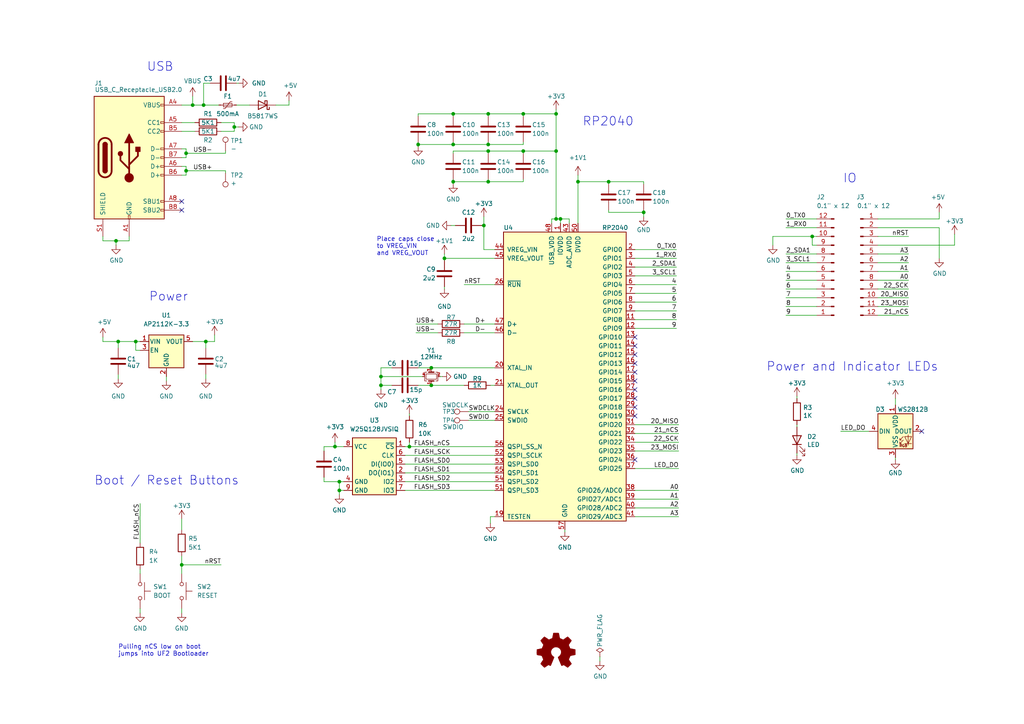
<source format=kicad_sch>
(kicad_sch (version 20211123) (generator eeschema)
  (paper "A4")
  (title_block (title "Sea Micro") (date "2020-12-11") (rev "0.3") (company "Josh Johnson and Custom KBD"))
  (lib_symbols
    (symbol "Connector:Conn_01x12_Male" (pin_names (offset 1.016) hide)
      (property "Reference" "J" (at 0 15.24 0))
      (property "Value" "Conn_01x12_Male" (at 0 -17.78 0))
      (symbol "Conn_01x12_Male_1_1"
        (pin passive line (at 5.08 12.7 180) (length 3.81) (name "Pin_1") (number "1"))
        (pin passive line (at 5.08 -10.16 180) (length 3.81) (name "Pin_10") (number "10"))
        (pin passive line (at 5.08 -12.7 180) (length 3.81) (name "Pin_11") (number "11"))
        (pin passive line (at 5.08 -15.24 180) (length 3.81) (name "Pin_12") (number "12"))
        (pin passive line (at 5.08 10.16 180) (length 3.81) (name "Pin_2") (number "2"))
        (pin passive line (at 5.08 7.62 180) (length 3.81) (name "Pin_3") (number "3"))
        (pin passive line (at 5.08 5.08 180) (length 3.81) (name "Pin_4") (number "4"))
        (pin passive line (at 5.08 2.54 180) (length 3.81) (name "Pin_5") (number "5"))
        (pin passive line (at 5.08 0 180) (length 3.81) (name "Pin_6") (number "6"))
        (pin passive line (at 5.08 -2.54 180) (length 3.81) (name "Pin_7") (number "7"))
        (pin passive line (at 5.08 -5.08 180) (length 3.81) (name "Pin_8") (number "8"))
        (pin passive line (at 5.08 -7.62 180) (length 3.81) (name "Pin_9") (number "9"))
      )
    )
    (symbol "Connector:TestPoint" (pin_numbers hide) (pin_names (offset 0.762) hide)
      (property "Reference" "TP" (at 0 6.858 0))
      (property "Value" "TestPoint" (at 0 5.08 0))
      (symbol "TestPoint_1_1"
        (pin passive line (at 0 0 90) (length 2.54) (name "1") (number "1"))
      )
    )
    (symbol "Connector:USB_C_Receptacle_USB2.0" (pin_names (offset 1.016))
      (property "Reference" "J" (at -10.16 19.05 0))
      (property "Value" "USB_C_Receptacle_USB2.0" (at 19.05 19.05 0))
      (symbol "USB_C_Receptacle_USB2.0_1_1"
        (pin passive line (at 0 -22.86 90) (length 5.08) (name "GND") (number "A1"))
        (pin passive line (at 0 -22.86 90) (length 5.08) hide (name "GND") (number "A12"))
        (pin passive line (at 15.24 15.24 180) (length 5.08) (name "VBUS") (number "A4"))
        (pin bidirectional line (at 15.24 10.16 180) (length 5.08) (name "CC1") (number "A5"))
        (pin bidirectional line (at 15.24 -2.54 180) (length 5.08) (name "D+") (number "A6"))
        (pin bidirectional line (at 15.24 2.54 180) (length 5.08) (name "D-") (number "A7"))
        (pin bidirectional line (at 15.24 -12.7 180) (length 5.08) (name "SBU1") (number "A8"))
        (pin passive line (at 15.24 15.24 180) (length 5.08) hide (name "VBUS") (number "A9"))
        (pin passive line (at 0 -22.86 90) (length 5.08) hide (name "GND") (number "B1"))
        (pin passive line (at 0 -22.86 90) (length 5.08) hide (name "GND") (number "B12"))
        (pin passive line (at 15.24 15.24 180) (length 5.08) hide (name "VBUS") (number "B4"))
        (pin bidirectional line (at 15.24 7.62 180) (length 5.08) (name "CC2") (number "B5"))
        (pin bidirectional line (at 15.24 -5.08 180) (length 5.08) (name "D+") (number "B6"))
        (pin bidirectional line (at 15.24 0 180) (length 5.08) (name "D-") (number "B7"))
        (pin bidirectional line (at 15.24 -15.24 180) (length 5.08) (name "SBU2") (number "B8"))
        (pin passive line (at 15.24 15.24 180) (length 5.08) hide (name "VBUS") (number "B9"))
        (pin passive line (at -7.62 -22.86 90) (length 5.08) (name "SHIELD") (number "S1"))
      )
    )
    (symbol "Device:C" (pin_numbers hide) (pin_names (offset 0.254))
      (property "Reference" "C" (at 0.635 2.54 0))
      (property "Value" "C" (at 0.635 -2.54 0))
      (symbol "C_1_1"
        (pin passive line (at 0 3.81 270) (length 2.794) (name "~") (number "1"))
        (pin passive line (at 0 -3.81 90) (length 2.794) (name "~") (number "2"))
      )
    )
    (symbol "Device:Crystal_GND24_Small" (pin_names (offset 1.016) hide)
      (property "Reference" "Y" (at 1.27 4.445 0))
      (property "Value" "Crystal_GND24_Small" (at 1.27 2.54 0))
      (symbol "Crystal_GND24_Small_1_1"
        (pin passive line (at -2.54 0 0) (length 1.27) (name "1") (number "1"))
        (pin passive line (at 0 -2.54 90) (length 0.635) (name "2") (number "2"))
        (pin passive line (at 2.54 0 180) (length 1.27) (name "3") (number "3"))
        (pin passive line (at 0 2.54 270) (length 0.635) (name "4") (number "4"))
      )
    )
    (symbol "Device:D_Schottky" (pin_numbers hide) (pin_names (offset 1.016) hide)
      (property "Reference" "D" (at 0 2.54 0))
      (property "Value" "D_Schottky" (at 0 -2.54 0))
      (symbol "D_Schottky_1_1"
        (pin passive line (at -3.81 0 0) (length 2.54) (name "K") (number "1"))
        (pin passive line (at 3.81 0 180) (length 2.54) (name "A") (number "2"))
      )
    )
    (symbol "Device:LED" (pin_numbers hide) (pin_names (offset 1.016) hide)
      (property "Reference" "D" (at 0 2.54 0))
      (property "Value" "LED" (at 0 -2.54 0))
      (symbol "LED_1_1"
        (pin passive line (at -3.81 0 0) (length 2.54) (name "K") (number "1"))
        (pin passive line (at 3.81 0 180) (length 2.54) (name "A") (number "2"))
      )
    )
    (symbol "Device:Polyfuse_Small" (pin_numbers hide) (pin_names (offset 0))
      (property "Reference" "F" (at -1.905 0 90))
      (property "Value" "Polyfuse_Small" (at 1.905 0 90))
      (symbol "Polyfuse_Small_1_1"
        (pin passive line (at 0 2.54 270) (length 0.635) (name "~") (number "1"))
        (pin passive line (at 0 -2.54 90) (length 0.635) (name "~") (number "2"))
      )
    )
    (symbol "Device:R" (pin_numbers hide) (pin_names (offset 0))
      (property "Reference" "R" (at 2.032 0 90))
      (property "Value" "R" (at 0 0 90))
      (symbol "R_1_1"
        (pin passive line (at 0 3.81 270) (length 1.27) (name "~") (number "1"))
        (pin passive line (at 0 -3.81 90) (length 1.27) (name "~") (number "2"))
      )
    )
    (symbol "Graphic:Logo_Open_Hardware_Small" (pin_names (offset 1.016)))
    (symbol "LED:WS2812B" (pin_names (offset 0.254))
      (property "Reference" "D" (at 5.08 5.715 0))
      (property "Value" "WS2812B" (at 1.27 -5.715 0))
      (symbol "WS2812B_0_0"
        (text "RGB" (at 2.286 -4.191 0) (effects (font (size 0.762 0.762))))
      )
      (symbol "WS2812B_1_1"
        (pin power_in line (at 0 7.62 270) (length 2.54) (name "VDD") (number "1"))
        (pin output line (at 7.62 0 180) (length 2.54) (name "DOUT") (number "2"))
        (pin power_in line (at 0 -7.62 90) (length 2.54) (name "VSS") (number "3"))
        (pin input line (at -7.62 0 0) (length 2.54) (name "DIN") (number "4"))
      )
    )
    (symbol "Regulator_Linear:AP2112K-3.3" (pin_names (offset 0.254))
      (property "Reference" "U" (at -5.08 5.715 0))
      (property "Value" "AP2112K-3.3" (at 0 5.715 0))
      (symbol "AP2112K-3.3_1_1"
        (pin power_in line (at -7.62 2.54 0) (length 2.54) (name "VIN") (number "1"))
        (pin power_in line (at 0 -7.62 90) (length 2.54) (name "GND") (number "2"))
        (pin input line (at -7.62 0 0) (length 2.54) (name "EN") (number "3"))
        (pin no_connect line (at 5.08 0 180) (length 2.54) hide (name "NC") (number "4"))
        (pin power_out line (at 7.62 2.54 180) (length 2.54) (name "VOUT") (number "5"))
      )
    )
    (symbol "Switch:SW_Push" (pin_numbers hide) (pin_names (offset 1.016) hide)
      (property "Reference" "SW" (at 1.27 2.54 0))
      (property "Value" "SW_Push" (at 0 -1.524 0))
      (symbol "SW_Push_0_1"
        (pin passive line (at -5.08 0 0) (length 2.54) (name "1") (number "1"))
        (pin passive line (at 5.08 0 180) (length 2.54) (name "2") (number "2"))
      )
    )
    (symbol "josh-ic:RP2040" (pin_names (offset 1.016))
      (property "Reference" "U" (at 8.89 51.435 0))
      (property "Value" "RP2040" (at 8.89 48.895 0))
      (symbol "RP2040_1_1"
        (pin power_in line (at -1.27 50.8 270) (length 2.54) (name "IOVDD") (number "1"))
        (pin power_in line (at -1.27 50.8 270) (length 2.54) hide (name "IOVDD") (number "10"))
        (pin input line (at 20.32 22.86 180) (length 2.54) (name "GPIO8") (number "11"))
        (pin input line (at 20.32 20.32 180) (length 2.54) (name "GPIO9") (number "12"))
        (pin input line (at 20.32 17.78 180) (length 2.54) (name "GPIO10") (number "13"))
        (pin input line (at 20.32 15.24 180) (length 2.54) (name "GPIO11") (number "14"))
        (pin input line (at 20.32 12.7 180) (length 2.54) (name "GPIO12") (number "15"))
        (pin input line (at 20.32 10.16 180) (length 2.54) (name "GPIO13") (number "16"))
        (pin input line (at 20.32 7.62 180) (length 2.54) (name "GPIO14") (number "17"))
        (pin input line (at 20.32 5.08 180) (length 2.54) (name "GPIO15") (number "18"))
        (pin input line (at -20.32 -34.29 0) (length 2.54) (name "TESTEN") (number "19"))
        (pin input line (at 20.32 43.18 180) (length 2.54) (name "GPIO0") (number "2"))
        (pin input line (at -20.32 8.89 0) (length 2.54) (name "XTAL_IN") (number "20"))
        (pin input line (at -20.32 3.81 0) (length 2.54) (name "XTAL_OUT") (number "21"))
        (pin power_in line (at -1.27 50.8 270) (length 2.54) hide (name "IOVDD") (number "22"))
        (pin power_in line (at 3.81 50.8 270) (length 2.54) hide (name "DVDD") (number "23"))
        (pin input line (at -20.32 -3.81 0) (length 2.54) (name "SWCLK") (number "24"))
        (pin bidirectional line (at -20.32 -6.35 0) (length 2.54) (name "SWDIO") (number "25"))
        (pin input line (at -20.32 33.02 0) (length 2.54) (name "~{RUN}") (number "26"))
        (pin input line (at 20.32 2.54 180) (length 2.54) (name "GPIO16") (number "27"))
        (pin input line (at 20.32 0 180) (length 2.54) (name "GPIO17") (number "28"))
        (pin input line (at 20.32 -2.54 180) (length 2.54) (name "GPIO18") (number "29"))
        (pin input line (at 20.32 40.64 180) (length 2.54) (name "GPIO1") (number "3"))
        (pin input line (at 20.32 -5.08 180) (length 2.54) (name "GPIO19") (number "30"))
        (pin input line (at 20.32 -7.62 180) (length 2.54) (name "GPIO20") (number "31"))
        (pin input line (at 20.32 -10.16 180) (length 2.54) (name "GPIO21") (number "32"))
        (pin power_in line (at -1.27 50.8 270) (length 2.54) hide (name "IOVDD") (number "33"))
        (pin input line (at 20.32 -12.7 180) (length 2.54) (name "GPIO22") (number "34"))
        (pin input line (at 20.32 -15.24 180) (length 2.54) (name "GPIO23") (number "35"))
        (pin input line (at 20.32 -17.78 180) (length 2.54) (name "GPIO24") (number "36"))
        (pin input line (at 20.32 -20.32 180) (length 2.54) (name "GPIO25") (number "37"))
        (pin input line (at 20.32 -26.67 180) (length 2.54) (name "GPIO26/ADC0") (number "38"))
        (pin input line (at 20.32 -29.21 180) (length 2.54) (name "GPIO27/ADC1") (number "39"))
        (pin input line (at 20.32 38.1 180) (length 2.54) (name "GPIO2") (number "4"))
        (pin input line (at 20.32 -31.75 180) (length 2.54) (name "GPIO28/ADC2") (number "40"))
        (pin input line (at 20.32 -34.29 180) (length 2.54) (name "GPIO29/ADC3") (number "41"))
        (pin power_in line (at -1.27 50.8 270) (length 2.54) hide (name "IOVDD") (number "42"))
        (pin power_in line (at 1.27 50.8 270) (length 2.54) (name "ADC_AVDD") (number "43"))
        (pin power_in line (at -20.32 43.18 0) (length 2.54) (name "VREG_VIN") (number "44"))
        (pin power_out line (at -20.32 40.64 0) (length 2.54) (name "VREG_VOUT") (number "45"))
        (pin bidirectional line (at -20.32 19.05 0) (length 2.54) (name "D-") (number "46"))
        (pin bidirectional line (at -20.32 21.59 0) (length 2.54) (name "D+") (number "47"))
        (pin power_in line (at -3.81 50.8 270) (length 2.54) (name "USB_VDD") (number "48"))
        (pin power_in line (at -1.27 50.8 270) (length 2.54) hide (name "IOVDD") (number "49"))
        (pin input line (at 20.32 35.56 180) (length 2.54) (name "GPIO3") (number "5"))
        (pin power_in line (at 3.81 50.8 270) (length 2.54) (name "DVDD") (number "50"))
        (pin bidirectional line (at -20.32 -26.67 0) (length 2.54) (name "QSPI_SD3") (number "51"))
        (pin input line (at -20.32 -16.51 0) (length 2.54) (name "QSPI_SCLK") (number "52"))
        (pin bidirectional line (at -20.32 -19.05 0) (length 2.54) (name "QSPI_SD0") (number "53"))
        (pin bidirectional line (at -20.32 -24.13 0) (length 2.54) (name "QSPI_SD2") (number "54"))
        (pin bidirectional line (at -20.32 -21.59 0) (length 2.54) (name "QSPI_SD1") (number "55"))
        (pin bidirectional line (at -20.32 -13.97 0) (length 2.54) (name "QSPI_SS_N") (number "56"))
        (pin power_in line (at 0 -38.1 90) (length 2.54) (name "GND") (number "57"))
        (pin input line (at 20.32 33.02 180) (length 2.54) (name "GPIO4") (number "6"))
        (pin input line (at 20.32 30.48 180) (length 2.54) (name "GPIO5") (number "7"))
        (pin input line (at 20.32 27.94 180) (length 2.54) (name "GPIO6") (number "8"))
        (pin input line (at 20.32 25.4 180) (length 2.54) (name "GPIO7") (number "9"))
      )
    )
    (symbol "josh-memory:W25Q128JVSIQ"
      (property "Reference" "U" (at -8.89 11.43 0))
      (property "Value" "W25Q128JVSIQ" (at -3.81 8.89 0))
      (symbol "W25Q128JVSIQ_1_1"
        (pin input line (at -12.7 5.08 0) (length 2.54) (name "~{CS}") (number "1"))
        (pin bidirectional line (at -12.7 -2.54 0) (length 2.54) (name "DO(IO1)") (number "2"))
        (pin bidirectional line (at -12.7 -5.08 0) (length 2.54) (name "IO2") (number "3"))
        (pin power_in line (at 5.08 -5.08 180) (length 2.54) (name "GND") (number "4"))
        (pin bidirectional line (at -12.7 0 0) (length 2.54) (name "DI(IO0)") (number "5"))
        (pin input line (at -12.7 2.54 0) (length 2.54) (name "CLK") (number "6"))
        (pin bidirectional line (at -12.7 -7.62 0) (length 2.54) (name "IO3") (number "7"))
        (pin power_in line (at 5.08 5.08 180) (length 2.54) (name "VCC") (number "8"))
        (pin power_in line (at 5.08 -7.62 180) (length 2.54) (name "GND") (number "9"))
      )
    )
    (symbol "power:+1V1" (power) (pin_names (offset 0))
      (property "Value" "+1V1" (at 0 3.556 0))
      (symbol "+1V1_1_1"
        (pin power_in line (at 0 0 90) (length 0) hide (name "+1V1") (number "1"))
      )
    )
    (symbol "power:+3V3" (power) (pin_names (offset 0))
      (property "Value" "+3V3" (at 0 3.556 0))
      (symbol "+3V3_1_1"
        (pin power_in line (at 0 0 90) (length 0) hide (name "+3V3") (number "1"))
      )
    )
    (symbol "power:+5V" (power) (pin_names (offset 0))
      (property "Value" "+5V" (at 0 3.556 0))
      (symbol "+5V_1_1"
        (pin power_in line (at 0 0 90) (length 0) hide (name "+5V") (number "1"))
      )
    )
    (symbol "power:GND" (power) (pin_names (offset 0))
      (property "Value" "GND" (at 0 -3.81 0))
      (symbol "GND_1_1"
        (pin power_in line (at 0 0 270) (length 0) hide (name "GND") (number "1"))
      )
    )
    (symbol "power:PWR_FLAG" (power) (pin_numbers hide) (pin_names (offset 0) hide)
      (property "Value" "PWR_FLAG" (at 0 3.81 0))
      (symbol "PWR_FLAG_0_0"
        (pin power_out line (at 0 0 90) (length 0) (name "pwr") (number "1"))
      )
    )
    (symbol "power:VBUS" (power) (pin_names (offset 0))
      (property "Value" "VBUS" (at 0 3.81 0))
      (symbol "VBUS_1_1"
        (pin power_in line (at 0 0 90) (length 0) hide (name "VBUS") (number "1"))
      )
    )
  )
  (junction (at 140.335 65.405))
  (junction (at 110.49 109.22))
  (junction (at 176.53 52.705))
  (junction (at 59.69 99.06))
  (junction (at 67.945 36.83))
  (junction (at 141.605 41.91))
  (junction (at 151.765 33.02))
  (junction (at 121.285 41.91))
  (junction (at 131.445 52.705))
  (junction (at 151.765 43.815))
  (junction (at 53.975 44.45))
  (junction (at 162.56 63.5))
  (junction (at 161.29 43.815))
  (junction (at 141.605 52.705))
  (junction (at 39.37 99.06))
  (junction (at 128.905 74.93))
  (junction (at 55.88 30.48))
  (junction (at 33.655 69.85))
  (junction (at 167.64 52.705))
  (junction (at 53.975 49.53))
  (junction (at 125.095 111.76))
  (junction (at 52.705 163.83))
  (junction (at 131.445 41.91))
  (junction (at 97.155 129.54))
  (junction (at 110.49 111.76))
  (junction (at 125.095 106.68))
  (junction (at 98.425 139.7))
  (junction (at 59.055 30.48))
  (junction (at 34.29 99.06))
  (junction (at 98.425 142.24))
  (junction (at 141.605 33.02))
  (junction (at 161.29 33.02))
  (junction (at 141.605 43.815))
  (junction (at 118.745 129.54))
  (junction (at 131.445 33.02))
  (junction (at 186.69 61.595))
  (junction (at 235.585 68.58))
  (junction (at 161.29 63.5))
  (no_connect (at 184.15 118.11))
  (no_connect (at 184.15 120.65))
  (no_connect (at 184.15 102.87))
  (no_connect (at 184.15 110.49))
  (no_connect (at 184.15 107.95))
  (no_connect (at 184.15 100.33))
  (no_connect (at 184.15 97.79))
  (no_connect (at 184.15 133.35))
  (no_connect (at 184.15 115.57))
  (no_connect (at 52.705 58.42))
  (no_connect (at 184.15 105.41))
  (no_connect (at 184.15 113.03))
  (no_connect (at 52.705 60.96))
  (no_connect (at 267.335 125.095))
  (wire (pts (xy 98.425 139.7) (xy 98.425 142.24)))
  (wire (pts (xy 53.975 48.26) (xy 53.975 49.53)))
  (wire (pts (xy 231.14 131.445) (xy 231.14 132.08)))
  (wire (pts (xy 97.155 129.54) (xy 93.98 129.54)))
  (wire (pts (xy 121.285 33.655) (xy 121.285 33.02)))
  (wire (pts (xy 161.29 33.02) (xy 161.29 43.815)))
  (wire (pts (xy 64.135 35.56) (xy 67.945 35.56)))
  (wire (pts (xy 117.475 129.54) (xy 118.745 129.54)))
  (wire (pts (xy 151.765 33.02) (xy 161.29 33.02)))
  (wire (pts (xy 176.53 52.705) (xy 167.64 52.705)))
  (wire (pts (xy 227.965 88.9) (xy 236.855 88.9)))
  (wire (pts (xy 161.29 43.815) (xy 161.29 63.5)))
  (wire (pts (xy 254.635 73.66) (xy 263.525 73.66)))
  (wire (pts (xy 151.765 33.02) (xy 151.765 33.655)))
  (wire (pts (xy 184.15 95.25) (xy 196.215 95.25)))
  (wire (pts (xy 29.845 69.85) (xy 33.655 69.85)))
  (wire (pts (xy 110.49 106.68) (xy 110.49 109.22)))
  (wire (pts (xy 83.82 30.48) (xy 83.82 29.21)))
  (wire (pts (xy 127 96.52) (xy 120.65 96.52)))
  (wire (pts (xy 227.965 86.36) (xy 236.855 86.36)))
  (wire (pts (xy 68.58 30.48) (xy 72.39 30.48)))
  (wire (pts (xy 227.965 83.82) (xy 236.855 83.82)))
  (wire (pts (xy 131.445 52.07) (xy 131.445 52.705)))
  (wire (pts (xy 143.51 74.93) (xy 128.905 74.93)))
  (wire (pts (xy 125.095 111.76) (xy 134.62 111.76)))
  (wire (pts (xy 167.64 52.705) (xy 167.64 64.77)))
  (wire (pts (xy 184.15 74.93) (xy 196.215 74.93)))
  (wire (pts (xy 34.29 99.06) (xy 39.37 99.06)))
  (wire (pts (xy 227.965 66.04) (xy 236.855 66.04)))
  (wire (pts (xy 59.055 24.13) (xy 60.96 24.13)))
  (wire (pts (xy 52.705 48.26) (xy 53.975 48.26)))
  (wire (pts (xy 53.975 49.53) (xy 53.975 50.8)))
  (wire (pts (xy 161.29 31.75) (xy 161.29 33.02)))
  (wire (pts (xy 272.415 63.5) (xy 272.415 61.595)))
  (wire (pts (xy 53.975 44.45) (xy 65.405 44.45)))
  (wire (pts (xy 235.585 71.12) (xy 235.585 68.58)))
  (wire (pts (xy 272.415 66.04) (xy 272.415 74.93)))
  (wire (pts (xy 141.605 33.655) (xy 141.605 33.02)))
  (wire (pts (xy 135.89 121.92) (xy 143.51 121.92)))
  (wire (pts (xy 254.635 76.2) (xy 263.525 76.2)))
  (wire (pts (xy 176.53 60.96) (xy 176.53 61.595)))
  (wire (pts (xy 231.14 115.57) (xy 231.14 114.935)))
  (wire (pts (xy 162.56 63.5) (xy 161.29 63.5)))
  (wire (pts (xy 227.965 76.2) (xy 236.855 76.2)))
  (wire (pts (xy 151.765 41.275) (xy 151.765 41.91)))
  (wire (pts (xy 141.605 41.91) (xy 151.765 41.91)))
  (wire (pts (xy 236.855 71.12) (xy 235.585 71.12)))
  (wire (pts (xy 184.15 147.32) (xy 196.85 147.32)))
  (wire (pts (xy 55.88 99.06) (xy 59.69 99.06)))
  (wire (pts (xy 110.49 111.76) (xy 110.49 113.03)))
  (wire (pts (xy 40.64 176.53) (xy 40.64 177.8)))
  (wire (pts (xy 184.15 77.47) (xy 196.215 77.47)))
  (wire (pts (xy 184.15 130.81) (xy 196.85 130.81)))
  (wire (pts (xy 67.945 35.56) (xy 67.945 36.83)))
  (wire (pts (xy 151.765 52.07) (xy 151.765 52.705)))
  (wire (pts (xy 117.475 137.16) (xy 143.51 137.16)))
  (wire (pts (xy 131.445 41.91) (xy 141.605 41.91)))
  (wire (pts (xy 176.53 52.705) (xy 186.69 52.705)))
  (wire (pts (xy 56.515 35.56) (xy 52.705 35.56)))
  (wire (pts (xy 62.23 97.155) (xy 62.23 99.06)))
  (wire (pts (xy 110.49 109.22) (xy 110.49 111.76)))
  (wire (pts (xy 128.905 73.66) (xy 128.905 74.93)))
  (wire (pts (xy 140.335 65.405) (xy 140.335 72.39)))
  (wire (pts (xy 34.29 99.06) (xy 34.29 100.965)))
  (wire (pts (xy 118.745 128.27) (xy 118.745 129.54)))
  (wire (pts (xy 141.605 52.705) (xy 151.765 52.705)))
  (wire (pts (xy 167.64 50.8) (xy 167.64 52.705)))
  (wire (pts (xy 127 93.98) (xy 120.65 93.98)))
  (wire (pts (xy 231.14 123.825) (xy 231.14 123.19)))
  (wire (pts (xy 254.635 68.58) (xy 263.525 68.58)))
  (wire (pts (xy 186.69 61.595) (xy 186.69 62.865)))
  (wire (pts (xy 52.705 43.18) (xy 53.975 43.18)))
  (wire (pts (xy 141.605 33.02) (xy 151.765 33.02)))
  (wire (pts (xy 254.635 66.04) (xy 272.415 66.04)))
  (wire (pts (xy 68.58 24.13) (xy 69.215 24.13)))
  (wire (pts (xy 176.53 53.34) (xy 176.53 52.705)))
  (wire (pts (xy 53.975 45.72) (xy 52.705 45.72)))
  (wire (pts (xy 131.445 33.02) (xy 131.445 33.655)))
  (wire (pts (xy 64.135 163.83) (xy 52.705 163.83)))
  (wire (pts (xy 99.695 139.7) (xy 98.425 139.7)))
  (wire (pts (xy 29.845 68.58) (xy 29.845 69.85)))
  (wire (pts (xy 254.635 91.44) (xy 263.525 91.44)))
  (wire (pts (xy 39.37 101.6) (xy 39.37 99.06)))
  (wire (pts (xy 117.475 139.7) (xy 143.51 139.7)))
  (wire (pts (xy 53.975 50.8) (xy 52.705 50.8)))
  (wire (pts (xy 98.425 142.24) (xy 99.695 142.24)))
  (wire (pts (xy 254.635 81.28) (xy 263.525 81.28)))
  (wire (pts (xy 184.15 142.24) (xy 196.85 142.24)))
  (wire (pts (xy 55.88 27.94) (xy 55.88 30.48)))
  (wire (pts (xy 184.15 144.78) (xy 196.85 144.78)))
  (wire (pts (xy 259.715 115.57) (xy 259.715 117.475)))
  (wire (pts (xy 40.64 165.1) (xy 40.64 166.37)))
  (wire (pts (xy 110.49 111.76) (xy 113.665 111.76)))
  (wire (pts (xy 53.975 44.45) (xy 53.975 45.72)))
  (wire (pts (xy 184.15 87.63) (xy 196.215 87.63)))
  (wire (pts (xy 131.445 52.705) (xy 141.605 52.705)))
  (wire (pts (xy 64.135 38.1) (xy 67.945 38.1)))
  (wire (pts (xy 121.285 33.02) (xy 131.445 33.02)))
  (wire (pts (xy 141.605 43.815) (xy 141.605 44.45)))
  (wire (pts (xy 52.705 176.53) (xy 52.705 177.8)))
  (wire (pts (xy 141.605 41.275) (xy 141.605 41.91)))
  (wire (pts (xy 59.69 99.06) (xy 59.69 100.965)))
  (wire (pts (xy 143.51 149.86) (xy 142.24 149.86)))
  (wire (pts (xy 52.705 163.83) (xy 52.705 166.37)))
  (wire (pts (xy 98.425 142.24) (xy 98.425 143.51)))
  (wire (pts (xy 186.69 52.705) (xy 186.69 53.34)))
  (wire (pts (xy 117.475 132.08) (xy 143.51 132.08)))
  (wire (pts (xy 37.465 69.85) (xy 37.465 68.58)))
  (wire (pts (xy 142.24 149.86) (xy 142.24 151.765)))
  (wire (pts (xy 184.15 125.73) (xy 196.85 125.73)))
  (wire (pts (xy 117.475 142.24) (xy 143.51 142.24)))
  (wire (pts (xy 118.745 120.015) (xy 118.745 120.65)))
  (wire (pts (xy 48.26 109.22) (xy 48.26 110.49)))
  (wire (pts (xy 121.285 41.91) (xy 131.445 41.91)))
  (wire (pts (xy 40.64 101.6) (xy 39.37 101.6)))
  (wire (pts (xy 252.095 125.095) (xy 243.84 125.095)))
  (wire (pts (xy 131.445 33.02) (xy 141.605 33.02)))
  (wire (pts (xy 162.56 63.5) (xy 162.56 64.77)))
  (wire (pts (xy 97.155 128.27) (xy 97.155 129.54)))
  (wire (pts (xy 121.285 41.91) (xy 121.285 42.545)))
  (wire (pts (xy 52.705 161.29) (xy 52.705 163.83)))
  (wire (pts (xy 53.975 49.53) (xy 65.405 49.53)))
  (wire (pts (xy 227.965 81.28) (xy 236.855 81.28)))
  (wire (pts (xy 254.635 86.36) (xy 263.525 86.36)))
  (wire (pts (xy 173.99 191.77) (xy 173.99 190.5)))
  (wire (pts (xy 121.285 41.275) (xy 121.285 41.91)))
  (wire (pts (xy 65.405 43.815) (xy 65.405 44.45)))
  (wire (pts (xy 40.64 146.05) (xy 40.64 157.48)))
  (wire (pts (xy 143.51 72.39) (xy 140.335 72.39)))
  (wire (pts (xy 184.15 85.09) (xy 196.215 85.09)))
  (wire (pts (xy 184.15 82.55) (xy 196.215 82.55)))
  (wire (pts (xy 53.975 43.18) (xy 53.975 44.45)))
  (wire (pts (xy 59.055 30.48) (xy 63.5 30.48)))
  (wire (pts (xy 135.89 119.38) (xy 143.51 119.38)))
  (wire (pts (xy 151.765 43.815) (xy 161.29 43.815)))
  (wire (pts (xy 184.15 128.27) (xy 196.85 128.27)))
  (wire (pts (xy 184.15 92.71) (xy 196.215 92.71)))
  (wire (pts (xy 163.83 153.67) (xy 163.83 154.305)))
  (wire (pts (xy 139.7 65.405) (xy 140.335 65.405)))
  (wire (pts (xy 59.69 108.585) (xy 59.69 109.855)))
  (wire (pts (xy 165.1 63.5) (xy 162.56 63.5)))
  (wire (pts (xy 128.905 74.93) (xy 128.905 75.565)))
  (wire (pts (xy 141.605 52.07) (xy 141.605 52.705)))
  (wire (pts (xy 118.745 129.54) (xy 143.51 129.54)))
  (wire (pts (xy 254.635 83.82) (xy 263.525 83.82)))
  (wire (pts (xy 227.965 73.66) (xy 236.855 73.66)))
  (wire (pts (xy 161.29 63.5) (xy 160.02 63.5)))
  (wire (pts (xy 276.86 67.945) (xy 276.86 71.12)))
  (wire (pts (xy 131.445 43.815) (xy 141.605 43.815)))
  (wire (pts (xy 97.155 129.54) (xy 99.695 129.54)))
  (wire (pts (xy 128.905 83.185) (xy 128.905 83.82)))
  (wire (pts (xy 67.945 36.83) (xy 67.945 38.1)))
  (wire (pts (xy 184.15 80.01) (xy 196.215 80.01)))
  (wire (pts (xy 134.62 96.52) (xy 143.51 96.52)))
  (wire (pts (xy 186.69 60.96) (xy 186.69 61.595)))
  (wire (pts (xy 52.705 30.48) (xy 55.88 30.48)))
  (wire (pts (xy 259.715 132.715) (xy 259.715 133.35)))
  (wire (pts (xy 56.515 38.1) (xy 52.705 38.1)))
  (wire (pts (xy 121.285 111.76) (xy 125.095 111.76)))
  (wire (pts (xy 224.155 68.58) (xy 235.585 68.58)))
  (wire (pts (xy 29.845 99.06) (xy 29.845 97.79)))
  (wire (pts (xy 130.81 65.405) (xy 132.08 65.405)))
  (wire (pts (xy 127.635 109.22) (xy 128.27 109.22)))
  (wire (pts (xy 227.965 63.5) (xy 236.855 63.5)))
  (wire (pts (xy 131.445 44.45) (xy 131.445 43.815)))
  (wire (pts (xy 134.62 93.98) (xy 143.51 93.98)))
  (wire (pts (xy 160.02 63.5) (xy 160.02 64.77)))
  (wire (pts (xy 110.49 109.22) (xy 122.555 109.22)))
  (wire (pts (xy 151.765 44.45) (xy 151.765 43.815)))
  (wire (pts (xy 224.155 68.58) (xy 224.155 71.12)))
  (wire (pts (xy 59.69 99.06) (xy 62.23 99.06)))
  (wire (pts (xy 39.37 99.06) (xy 40.64 99.06)))
  (wire (pts (xy 131.445 52.705) (xy 131.445 53.34)))
  (wire (pts (xy 143.51 82.55) (xy 134.62 82.55)))
  (wire (pts (xy 69.215 36.83) (xy 67.945 36.83)))
  (wire (pts (xy 131.445 41.275) (xy 131.445 41.91)))
  (wire (pts (xy 59.055 24.13) (xy 59.055 30.48)))
  (wire (pts (xy 55.88 30.48) (xy 59.055 30.48)))
  (wire (pts (xy 52.705 150.495) (xy 52.705 153.67)))
  (wire (pts (xy 165.1 64.77) (xy 165.1 63.5)))
  (wire (pts (xy 184.15 149.86) (xy 196.85 149.86)))
  (wire (pts (xy 254.635 71.12) (xy 276.86 71.12)))
  (wire (pts (xy 254.635 78.74) (xy 263.525 78.74)))
  (wire (pts (xy 33.655 69.85) (xy 37.465 69.85)))
  (wire (pts (xy 227.965 78.74) (xy 236.855 78.74)))
  (wire (pts (xy 93.98 129.54) (xy 93.98 130.81)))
  (wire (pts (xy 125.095 106.68) (xy 143.51 106.68)))
  (wire (pts (xy 184.15 123.19) (xy 196.85 123.19)))
  (wire (pts (xy 117.475 134.62) (xy 143.51 134.62)))
  (wire (pts (xy 176.53 61.595) (xy 186.69 61.595)))
  (wire (pts (xy 80.01 30.48) (xy 83.82 30.48)))
  (wire (pts (xy 93.98 138.43) (xy 93.98 139.7)))
  (wire (pts (xy 34.29 108.585) (xy 34.29 109.855)))
  (wire (pts (xy 29.845 99.06) (xy 34.29 99.06)))
  (wire (pts (xy 254.635 63.5) (xy 272.415 63.5)))
  (wire (pts (xy 227.965 91.44) (xy 236.855 91.44)))
  (wire (pts (xy 254.635 88.9) (xy 263.525 88.9)))
  (wire (pts (xy 141.605 43.815) (xy 151.765 43.815)))
  (wire (pts (xy 65.405 50.165) (xy 65.405 49.53)))
  (wire (pts (xy 140.335 62.865) (xy 140.335 65.405)))
  (wire (pts (xy 113.665 106.68) (xy 110.49 106.68)))
  (wire (pts (xy 93.98 139.7) (xy 98.425 139.7)))
  (wire (pts (xy 142.24 111.76) (xy 143.51 111.76)))
  (wire (pts (xy 184.15 135.89) (xy 196.85 135.89)))
  (wire (pts (xy 235.585 68.58) (xy 236.855 68.58)))
  (wire (pts (xy 184.15 72.39) (xy 196.215 72.39)))
  (wire (pts (xy 184.15 90.17) (xy 196.215 90.17)))
  (wire (pts (xy 121.285 106.68) (xy 125.095 106.68)))
  (wire (pts (xy 33.655 71.12) (xy 33.655 69.85)))
  (text "Power and Indicator LEDs" (at 222.25 107.95 0) (effects (font (size 2.54 2.54)) (justify left bottom)))
  (text "RP2040" (at 168.91 36.83 0) (effects (font (size 2.54 2.54)) (justify left bottom)))
  (text "Power" (at 43.18 87.63 0) (effects (font (size 2.54 2.54)) (justify left bottom)))
  (text "Pulling nCS low on boot \njumps into UF2 Bootloader" (at 34.29 190.5 0) (effects (font (size 1.27 1.27)) (justify left bottom)))
  (text "Place caps close \nto VREG_VIN \nand VREG_VOUT" (at 109.22 74.295 0) (effects (font (size 1.27 1.27)) (justify left bottom)))
  (text "Boot / Reset Buttons" (at 27.305 140.97 0) (effects (font (size 2.54 2.54)) (justify left bottom)))
  (text "IO" (at 244.475 53.34 0) (effects (font (size 2.54 2.54)) (justify left bottom)))
  (text "USB" (at 42.545 20.955 0) (effects (font (size 2.54 2.54)) (justify left bottom)))
  (label "23_MOSI" (at 196.85 130.81 180))
  (label "USB-" (at 61.595 44.45 180))
  (label "4" (at 227.965 78.74 0))
  (label "SWDIO" (at 135.89 121.92 0))
  (label "3_SCL1" (at 196.215 80.01 180))
  (label "SWDCLK" (at 135.89 119.38 0))
  (label "22_SCK" (at 196.85 128.27 180))
  (label "LED_DO" (at 243.84 125.095 0))
  (label "7" (at 227.965 86.36 0))
  (label "FLASH_nCS" (at 40.64 146.05 270))
  (label "A2" (at 196.85 147.32 180))
  (label "4" (at 196.215 82.55 180))
  (label "3_SCL1" (at 227.965 76.2 0))
  (label "2_SDA1" (at 227.965 73.66 0))
  (label "5" (at 227.965 81.28 0))
  (label "22_SCK" (at 263.525 83.82 180))
  (label "6" (at 227.965 83.82 0))
  (label "nRST" (at 134.62 82.55 0))
  (label "20_MISO" (at 196.85 123.19 180))
  (label "USB-" (at 120.65 96.52 0))
  (label "23_MOSI" (at 263.525 88.9 180))
  (label "FLASH_SD0" (at 120.015 134.62 0))
  (label "FLASH_SD3" (at 120.015 142.24 0))
  (label "9" (at 196.215 95.25 180))
  (label "A1" (at 196.85 144.78 180))
  (label "FLASH_nCS" (at 120.015 129.54 0))
  (label "21_nCS" (at 196.85 125.73 180))
  (label "8" (at 196.215 92.71 180))
  (label "5" (at 196.215 85.09 180))
  (label "A0" (at 196.85 142.24 180))
  (label "D-" (at 137.795 96.52 0))
  (label "USB+" (at 61.595 49.53 180))
  (label "0_TX0" (at 196.215 72.39 180))
  (label "USB+" (at 120.65 93.98 0))
  (label "LED_DO" (at 196.85 135.89 180))
  (label "9" (at 227.965 91.44 0))
  (label "6" (at 196.215 87.63 180))
  (label "21_nCS" (at 263.525 91.44 180))
  (label "nRST" (at 64.135 163.83 180))
  (label "7" (at 196.215 90.17 180))
  (label "8" (at 227.965 88.9 0))
  (label "0_TX0" (at 227.965 63.5 0))
  (label "D+" (at 137.795 93.98 0))
  (label "A3" (at 263.525 73.66 180))
  (label "FLASH_SCK" (at 120.015 132.08 0))
  (label "20_MISO" (at 263.525 86.36 180))
  (label "A0" (at 263.525 81.28 180))
  (label "1_RX0" (at 227.965 66.04 0))
  (label "A3" (at 196.85 149.86 180))
  (label "A2" (at 263.525 76.2 180))
  (label "1_RX0" (at 196.215 74.93 180))
  (label "nRST" (at 263.525 68.58 180))
  (label "FLASH_SD2" (at 120.015 139.7 0))
  (label "2_SDA1" (at 196.215 77.47 180))
  (label "FLASH_SD1" (at 120.015 137.16 0))
  (label "A1" (at 263.525 78.74 180))
  (symbol (lib_id "Connector:USB_C_Receptacle_USB2.0") (at 37.465 45.72 0) (unit 1)
    (property "Reference" "J1" (at 28.575 24.13 0))
    (property "Value" "USB_C_Receptacle_USB2.0" (at 40.1828 26.0096 0))
    (property "Footprint" "josh-connectors:USB_C_TYPE-C-31-M-14" (effects hide))
    (property "Datasheet" "https://www.usb.org/sites/default/files/documents/usb_type-c.zip" (effects hide))
    (property "LCSC" "C223907" (effects hide))
    (property "MPN " "TYPE-C-31-M-14" (effects hide))
    (property "Manufacturer" "Korean Hroparts Elec" (effects hide))
  )
  (symbol (lib_id "power:GND") (at 33.655 71.12 0) (unit 1)
    (property "Reference" "#PWR01" (effects hide))
    (property "Value" "GND" (at 33.782 75.5142 0))
  )
  (symbol (lib_id "Device:R") (at 60.325 35.56 270) (unit 1)
    (property "Reference" "R1" (at 60.325 33.02 90))
    (property "Value" "5K1" (at 60.325 35.56 90))
    (property "Footprint" "Resistor_SMD:R_0402_1005Metric" (effects hide))
  )
  (symbol (lib_id "Device:R") (at 60.325 38.1 270) (unit 1)
    (property "Reference" "R2" (at 60.325 40.64 90))
    (property "Value" "5K1" (at 60.325 38.1 90))
    (property "Footprint" "Resistor_SMD:R_0402_1005Metric" (effects hide))
  )
  (symbol (lib_id "power:GND") (at 69.215 36.83 90) (unit 1)
    (property "Reference" "#PWR02" (effects hide))
    (property "Value" "GND" (at 74.295 36.83 90))
  )
  (symbol (lib_id "Device:D_Schottky") (at 76.2 30.48 180) (unit 1)
    (property "Reference" "D1" (at 76.2 27.305 0))
    (property "Value" "B5817WS" (at 76.2 33.655 0))
    (property "Footprint" "Diode_SMD:D_SOD-323" (effects hide))
  )
  (symbol (lib_id "power:+5V") (at 83.82 29.21 0) (unit 1)
    (property "Reference" "#PWR05" (effects hide))
    (property "Value" "+5V" (at 84.201 24.8158 0))
  )
  (symbol (lib_id "Device:Polyfuse_Small") (at 66.04 30.48 270) (unit 1)
    (property "Reference" "F1" (at 66.04 27.94 90))
    (property "Value" "500mA" (at 66.04 33.02 90))
    (property "Footprint" "josh-passives-smt:Fuse_0603_1608Metric" (effects hide))
    (property "LCSC" "C210357" (effects hide))
    (property "MPN " "MF-FSMF050X-2" (effects hide))
    (property "Manufacturer" "BOURNS" (effects hide))
  )
  (symbol (lib_id "Connector:Conn_01x12_Male") (at 241.935 78.74 180) (unit 1) (in_bom no)
    (property "Reference" "J2" (at 236.855 57.15 0) (effects (justify right)))
    (property "Value" "0.1\" x 12" (at 236.855 59.69 0) (effects (justify right)))
    (property "Footprint" "josh-connectors:Castellated_Short_P2.54x12" (effects hide))
    (property "DNP" "DNP" (effects hide))
  )
  (symbol (lib_id "Connector:Conn_01x12_Male") (at 249.555 76.2 0) (unit 1) (in_bom no)
    (property "Reference" "J3" (at 249.555 57.15 0))
    (property "Value" "0.1\" x 12" (at 253.365 59.69 0))
    (property "Footprint" "josh-connectors:Castellated_Short_P2.54x12" (effects hide))
    (property "DNP" "DNP" (effects hide))
  )
  (symbol (lib_id "Device:LED") (at 231.14 127.635 90) (unit 1)
    (property "Reference" "D2" (at 234.1118 126.6444 90) (effects (justify right)))
    (property "Value" "LED" (at 234.1118 128.9558 90) (effects (justify right)))
    (property "Footprint" "LED_SMD:LED_0603_1608Metric" (effects hide))
    (property "LCSC" "C268294" (effects hide))
    (property "MPN " "OSK40603C1E" (effects hide))
    (property "Manufacturer" "OptoSupply\r" (effects hide))
  )
  (symbol (lib_id "Device:R") (at 231.14 119.38 0) (unit 1)
    (property "Reference" "R3" (at 232.918 118.2116 0) (effects (justify left)))
    (property "Value" "1K" (at 232.918 120.523 0) (effects (justify left)))
    (property "Footprint" "Resistor_SMD:R_0402_1005Metric" (effects hide))
  )
  (symbol (lib_id "power:GND") (at 231.14 132.08 0) (unit 1)
    (property "Reference" "#PWR07" (effects hide))
    (property "Value" "GND" (at 231.267 136.4742 0))
  )
  (symbol (lib_id "power:GND") (at 224.155 71.12 0) (unit 1)
    (property "Reference" "#PWR03" (effects hide))
    (property "Value" "GND" (at 224.282 75.5142 0))
  )
  (symbol (lib_id "power:+5V") (at 272.415 61.595 0) (mirror y) (unit 1)
    (property "Reference" "#PWR010" (effects hide))
    (property "Value" "+5V" (at 272.034 57.2008 0))
  )
  (symbol (lib_id "power:GND") (at 272.415 74.93 0) (unit 1)
    (property "Reference" "#PWR09" (effects hide))
    (property "Value" "GND" (at 272.542 79.3242 0))
  )
  (symbol (lib_id "power:PWR_FLAG") (at 173.99 190.5 0) (unit 1)
    (property "Reference" "#FLG04" (effects hide))
    (property "Value" "PWR_FLAG" (at 173.99 182.88 90))
  )
  (symbol (lib_id "power:GND") (at 173.99 191.77 0) (unit 1)
    (property "Reference" "#PWR017" (effects hide))
    (property "Value" "GND" (at 174.117 196.1642 0))
  )
  (symbol (lib_id "Graphic:Logo_Open_Hardware_Small") (at 161.29 189.23 0) (unit 1) (in_bom no)
    (property "Reference" "LOGO1" (effects hide))
    (property "Value" "Logo_Open_Hardware_Small" (effects hide))
    (property "Footprint" "josh-logos:OSHW_Logo_3.6x3.6_F.Mask" (effects hide))
    (property "DNP" "DNP" (effects hide))
  )
  (symbol (lib_id "Connector:TestPoint") (at 65.405 43.815 0) (unit 1) (in_bom no)
    (property "Reference" "TP1" (at 66.8782 40.8178 0) (effects (justify left)))
    (property "Value" "-" (at 66.8782 43.1292 0) (effects (justify left)))
    (property "Footprint" "TestPoint:TestPoint_Pad_D1.0mm" (effects hide))
    (property "DNP" "DNP" (effects hide))
  )
  (symbol (lib_id "Connector:TestPoint") (at 65.405 50.165 180) (unit 1) (in_bom no)
    (property "Reference" "TP2" (at 66.8782 50.8254 0) (effects (justify right)))
    (property "Value" "+" (at 66.8782 53.1368 0) (effects (justify right)))
    (property "Footprint" "TestPoint:TestPoint_Pad_D1.0mm" (effects hide))
    (property "DNP" "DNP" (effects hide))
  )
  (symbol (lib_id "Device:C") (at 128.905 79.375 0) (mirror y) (unit 1)
    (property "Reference" "C9" (at 126.365 78.105 0) (effects (justify left)))
    (property "Value" "2u2" (at 126.365 80.645 0) (effects (justify left)))
    (property "Footprint" "Capacitor_SMD:C_0402_1005Metric" (effects hide))
  )
  (symbol (lib_id "power:GND") (at 34.29 109.855 0) (unit 1)
    (property "Reference" "#PWR06" (effects hide))
    (property "Value" "GND" (at 34.29 114.935 0))
  )
  (symbol (lib_id "Device:C") (at 93.98 134.62 0) (unit 1)
    (property "Reference" "C4" (at 96.52 133.35 0) (effects (justify left)))
    (property "Value" "100n" (at 96.52 135.89 0) (effects (justify left)))
    (property "Footprint" "Capacitor_SMD:C_0402_1005Metric" (effects hide))
  )
  (symbol (lib_id "power:GND") (at 163.83 154.305 0) (unit 1)
    (property "Reference" "#PWR033" (effects hide))
    (property "Value" "GND" (at 163.83 158.75 0))
  )
  (symbol (lib_id "Device:Crystal_GND24_Small") (at 125.095 109.22 90) (unit 1)
    (property "Reference" "Y1" (at 125.095 101.6 90))
    (property "Value" "12MHz" (at 125.095 103.505 90))
    (property "Footprint" "josh-oscillators:Oscillator_SMD_4Pin_2.5x2.0mm" (effects hide))
  )
  (symbol (lib_id "Device:R") (at 118.745 124.46 0) (unit 1)
    (property "Reference" "R6" (at 121.285 123.1899 0) (effects (justify left)))
    (property "Value" "10K" (at 121.285 125.7299 0) (effects (justify left)))
    (property "Footprint" "Resistor_SMD:R_0402_1005Metric" (effects hide))
  )
  (symbol (lib_id "power:+3V3") (at 161.29 31.75 0) (unit 1)
    (property "Reference" "#PWR032" (effects hide))
    (property "Value" "+3V3" (at 161.29 27.94 0))
  )
  (symbol (lib_id "Connector:TestPoint") (at 135.89 119.38 90) (unit 1) (in_bom no)
    (property "Reference" "TP3" (at 130.175 119.38 90))
    (property "Value" "SWDCLK" (at 132.08 117.475 90))
    (property "Footprint" "TestPoint:TestPoint_Pad_D1.0mm" (effects hide))
    (property "DNP" "DNP" (effects hide))
  )
  (symbol (lib_id "power:GND") (at 69.215 24.13 90) (unit 1)
    (property "Reference" "#PWR018" (effects hide))
    (property "Value" "GND" (at 73.025 24.1299 90) (effects (justify right)))
  )
  (symbol (lib_id "power:GND") (at 40.64 177.8 0) (unit 1)
    (property "Reference" "#PWR08" (effects hide))
    (property "Value" "GND" (at 40.64 182.245 0))
  )
  (symbol (lib_id "Device:R") (at 130.81 93.98 90) (unit 1)
    (property "Reference" "R7" (at 130.81 92.075 90))
    (property "Value" "27R" (at 130.81 93.98 90))
    (property "Footprint" "Resistor_SMD:R_0402_1005Metric" (effects hide))
  )
  (symbol (lib_id "Device:C") (at 131.445 48.26 0) (unit 1)
    (property "Reference" "C11" (at 133.985 46.99 0) (effects (justify left)))
    (property "Value" "100n" (at 133.985 49.53 0) (effects (justify left)))
    (property "Footprint" "Capacitor_SMD:C_0402_1005Metric" (effects hide))
  )
  (symbol (lib_id "Device:R") (at 138.43 111.76 90) (unit 1)
    (property "Reference" "R9" (at 138.43 109.855 90))
    (property "Value" "1K" (at 138.43 111.76 90))
    (property "Footprint" "Resistor_SMD:R_0402_1005Metric" (effects hide))
  )
  (symbol (lib_id "power:+3V3") (at 118.745 120.015 0) (unit 1)
    (property "Reference" "#PWR023" (effects hide))
    (property "Value" "+3V3" (at 118.745 116.205 0))
  )
  (symbol (lib_id "power:GND") (at 121.285 42.545 0) (unit 1)
    (property "Reference" "#PWR024" (effects hide))
    (property "Value" "GND" (at 121.285 46.99 0))
  )
  (symbol (lib_id "Device:C") (at 151.765 48.26 0) (unit 1)
    (property "Reference" "C16" (at 154.305 46.99 0) (effects (justify left)))
    (property "Value" "100n" (at 154.305 49.53 0) (effects (justify left)))
    (property "Footprint" "Capacitor_SMD:C_0402_1005Metric" (effects hide))
  )
  (symbol (lib_id "power:GND") (at 131.445 53.34 0) (unit 1)
    (property "Reference" "#PWR029" (effects hide))
    (property "Value" "GND" (at 131.445 57.785 0))
  )
  (symbol (lib_id "power:+3V3") (at 276.86 67.945 0) (unit 1)
    (property "Reference" "#PWR039" (effects hide))
    (property "Value" "+3V3" (at 276.86 64.135 0))
  )
  (symbol (lib_id "power:+1V1") (at 167.64 50.8 0) (unit 1)
    (property "Reference" "#PWR034" (effects hide))
    (property "Value" "+1V1" (at 167.64 45.72 0))
  )
  (symbol (lib_id "Device:C") (at 186.69 57.15 0) (unit 1)
    (property "Reference" "C18" (at 189.23 55.88 0) (effects (justify left)))
    (property "Value" "100n" (at 189.23 58.42 0) (effects (justify left)))
    (property "Footprint" "Capacitor_SMD:C_0402_1005Metric" (effects hide))
  )
  (symbol (lib_id "power:GND") (at 259.715 133.35 0) (unit 1)
    (property "Reference" "#PWR038" (effects hide))
    (property "Value" "GND" (at 259.715 137.16 0))
  )
  (symbol (lib_id "Device:C") (at 176.53 57.15 0) (unit 1)
    (property "Reference" "C17" (at 179.07 55.88 0) (effects (justify left)))
    (property "Value" "100n" (at 179.07 58.42 0) (effects (justify left)))
    (property "Footprint" "Capacitor_SMD:C_0402_1005Metric" (effects hide))
  )
  (symbol (lib_id "Device:C") (at 121.285 37.465 0) (unit 1)
    (property "Reference" "C8" (at 123.825 36.195 0) (effects (justify left)))
    (property "Value" "100n" (at 123.825 38.735 0) (effects (justify left)))
    (property "Footprint" "Capacitor_SMD:C_0402_1005Metric" (effects hide))
  )
  (symbol (lib_id "power:GND") (at 98.425 143.51 0) (unit 1)
    (property "Reference" "#PWR021" (effects hide))
    (property "Value" "GND" (at 98.425 147.955 0))
  )
  (symbol (lib_id "power:+3V3") (at 62.23 97.155 0) (unit 1)
    (property "Reference" "#PWR016" (effects hide))
    (property "Value" "+3V3" (at 62.23 93.345 0))
  )
  (symbol (lib_id "Device:R") (at 52.705 157.48 0) (unit 1)
    (property "Reference" "R5" (at 54.61 156.2099 0) (effects (justify left)))
    (property "Value" "5K1" (at 54.61 158.7499 0) (effects (justify left)))
    (property "Footprint" "Resistor_SMD:R_0402_1005Metric" (effects hide))
  )
  (symbol (lib_id "Device:C") (at 135.89 65.405 90) (unit 1)
    (property "Reference" "C12" (at 135.89 61.595 90))
    (property "Value" "2u2" (at 135.89 69.215 90))
    (property "Footprint" "Capacitor_SMD:C_0402_1005Metric" (effects hide))
  )
  (symbol (lib_id "josh-memory:W25Q128JVSIQ") (at 104.775 134.62 0) (mirror y) (unit 1)
    (property "Reference" "U3" (at 108.585 121.92 0))
    (property "Value" "W25Q128JVSIQ" (at 108.585 124.46 0))
    (property "Footprint" "Package_SON:WSON-8-1EP_6x5mm_P1.27mm_EP3.4x4.3mm" (effects hide))
    (property "Datasheet" "http://www.winbond.com/resource-files/w25q32jv%20revg%2003272018%20plus.pdf" (effects hide))
  )
  (symbol (lib_id "Device:C") (at 117.475 106.68 90) (unit 1)
    (property "Reference" "C6" (at 113.665 105.41 90))
    (property "Value" "15p" (at 120.65 105.41 90))
    (property "Footprint" "Capacitor_SMD:C_0402_1005Metric" (effects hide))
  )
  (symbol (lib_id "power:+3V3") (at 140.335 62.865 0) (unit 1)
    (property "Reference" "#PWR030" (effects hide))
    (property "Value" "+3V3" (at 140.335 59.055 0))
  )
  (symbol (lib_id "Switch:SW_Push") (at 40.64 171.45 270) (unit 1)
    (property "Reference" "SW1" (at 44.45 170.1799 90) (effects (justify left)))
    (property "Value" "BOOT" (at 44.45 172.7199 90) (effects (justify left)))
    (property "Footprint" "Button_Switch_SMD:SW_SPST_B3U-1000P" (effects hide))
  )
  (symbol (lib_id "Device:R") (at 130.81 96.52 90) (unit 1)
    (property "Reference" "R8" (at 130.81 99.06 90))
    (property "Value" "27R" (at 130.81 96.52 90))
    (property "Footprint" "Resistor_SMD:R_0402_1005Metric" (effects hide))
  )
  (symbol (lib_id "Device:C") (at 151.765 37.465 0) (unit 1)
    (property "Reference" "C15" (at 154.305 36.195 0) (effects (justify left)))
    (property "Value" "100n" (at 154.305 38.735 0) (effects (justify left)))
    (property "Footprint" "Capacitor_SMD:C_0402_1005Metric" (effects hide))
  )
  (symbol (lib_id "power:+1V1") (at 128.905 73.66 0) (unit 1)
    (property "Reference" "#PWR026" (effects hide))
    (property "Value" "+1V1" (at 128.905 69.85 0))
  )
  (symbol (lib_id "power:GND") (at 59.69 109.855 0) (unit 1)
    (property "Reference" "#PWR015" (effects hide))
    (property "Value" "GND" (at 59.69 114.935 0))
  )
  (symbol (lib_id "power:GND") (at 52.705 177.8 0) (unit 1)
    (property "Reference" "#PWR013" (effects hide))
    (property "Value" "GND" (at 52.705 182.245 0))
  )
  (symbol (lib_id "Device:C") (at 131.445 37.465 0) (unit 1)
    (property "Reference" "C10" (at 133.985 36.195 0) (effects (justify left)))
    (property "Value" "100n" (at 133.985 38.735 0) (effects (justify left)))
    (property "Footprint" "Capacitor_SMD:C_0402_1005Metric" (effects hide))
  )
  (symbol (lib_id "power:GND") (at 110.49 113.03 0) (unit 1)
    (property "Reference" "#PWR022" (effects hide))
    (property "Value" "GND" (at 110.49 117.475 0))
  )
  (symbol (lib_id "Connector:TestPoint") (at 135.89 121.92 90) (unit 1) (in_bom no)
    (property "Reference" "TP4" (at 130.175 121.92 90))
    (property "Value" "SWDIO" (at 131.445 123.825 90))
    (property "Footprint" "TestPoint:TestPoint_Pad_D1.0mm" (effects hide))
    (property "DNP" "DNP" (effects hide))
  )
  (symbol (lib_id "josh-ic:RP2040") (at 163.83 115.57 0) (unit 1)
    (property "Reference" "U4" (at 146.05 66.04 0) (effects (justify left)))
    (property "Value" "RP2040" (at 174.625 66.04 0) (effects (justify left)))
    (property "Footprint" "josh-dfn-qfn:RP2040-QFN-56" (effects hide))
  )
  (symbol (lib_id "Device:C") (at 59.69 104.775 0) (unit 1)
    (property "Reference" "C2" (at 62.23 104.14 0) (effects (justify left)))
    (property "Value" "4u7" (at 62.23 106.045 0) (effects (justify left)))
    (property "Footprint" "Capacitor_SMD:C_0402_1005Metric" (effects hide))
  )
  (symbol (lib_id "Device:C") (at 34.29 104.775 0) (unit 1)
    (property "Reference" "C1" (at 36.83 104.14 0) (effects (justify left)))
    (property "Value" "4u7" (at 36.83 106.045 0) (effects (justify left)))
    (property "Footprint" "Capacitor_SMD:C_0402_1005Metric" (effects hide))
  )
  (symbol (lib_id "Device:C") (at 141.605 48.26 0) (unit 1)
    (property "Reference" "C14" (at 144.145 46.99 0) (effects (justify left)))
    (property "Value" "100n" (at 144.145 49.53 0) (effects (justify left)))
    (property "Footprint" "Capacitor_SMD:C_0402_1005Metric" (effects hide))
  )
  (symbol (lib_id "power:GND") (at 48.26 110.49 0) (unit 1)
    (property "Reference" "#PWR011" (effects hide))
    (property "Value" "GND" (at 48.26 114.935 0))
  )
  (symbol (lib_id "power:VBUS") (at 55.88 27.94 0) (unit 1)
    (property "Reference" "#PWR014" (effects hide))
    (property "Value" "VBUS" (at 55.88 23.495 0))
  )
  (symbol (lib_id "power:+3V3") (at 259.715 115.57 0) (unit 1)
    (property "Reference" "#PWR037" (effects hide))
    (property "Value" "+3V3" (at 259.715 111.125 0))
  )
  (symbol (lib_id "power:GND") (at 128.905 83.82 0) (unit 1)
    (property "Reference" "#PWR027" (effects hide))
    (property "Value" "GND" (at 128.905 88.9 0))
  )
  (symbol (lib_id "LED:WS2812B") (at 259.715 125.095 0) (unit 1)
    (property "Reference" "D3" (at 255.27 118.745 0))
    (property "Value" "WS2812B" (at 264.795 118.745 0))
    (property "Footprint" "josh-led:WS2812C-2020" (effects hide))
    (property "Datasheet" "https://cdn-shop.adafruit.com/datasheets/WS2812B.pdf" (effects hide))
  )
  (symbol (lib_id "power:+3V3") (at 52.705 150.495 0) (unit 1)
    (property "Reference" "#PWR012" (effects hide))
    (property "Value" "+3V3" (at 52.705 146.685 0))
  )
  (symbol (lib_id "Device:C") (at 64.77 24.13 90) (unit 1)
    (property "Reference" "C3" (at 60.325 22.86 90))
    (property "Value" "4u7" (at 67.945 22.86 90))
    (property "Footprint" "Capacitor_SMD:C_0402_1005Metric" (effects hide))
  )
  (symbol (lib_id "power:GND") (at 142.24 151.765 0) (unit 1)
    (property "Reference" "#PWR031" (effects hide))
    (property "Value" "GND" (at 142.24 156.21 0))
  )
  (symbol (lib_id "Regulator_Linear:AP2112K-3.3") (at 48.26 101.6 0) (unit 1)
    (property "Reference" "U1" (at 48.26 91.44 0))
    (property "Value" "AP2112K-3.3" (at 48.26 93.98 0))
    (property "Footprint" "Package_TO_SOT_SMD:SOT-23-5" (effects hide))
    (property "Datasheet" "https://www.diodes.com/assets/Datasheets/AP2112.pdf" (effects hide))
  )
  (symbol (lib_id "power:GND") (at 128.27 109.22 90) (unit 1)
    (property "Reference" "#PWR025" (effects hide))
    (property "Value" "GND" (at 131.445 109.2199 90) (effects (justify right)))
  )
  (symbol (lib_id "Switch:SW_Push") (at 52.705 171.45 270) (unit 1)
    (property "Reference" "SW2" (at 57.15 170.1799 90) (effects (justify left)))
    (property "Value" "RESET" (at 57.15 172.7199 90) (effects (justify left)))
    (property "Footprint" "Button_Switch_SMD:SW_SPST_B3U-1000P" (effects hide))
  )
  (symbol (lib_id "power:+3V3") (at 231.14 114.935 0) (unit 1)
    (property "Reference" "#PWR036" (effects hide))
    (property "Value" "+3V3" (at 231.14 111.125 0))
  )
  (symbol (lib_id "Device:R") (at 40.64 161.29 0) (unit 1)
    (property "Reference" "R4" (at 43.18 160.0199 0) (effects (justify left)))
    (property "Value" "1K" (at 43.18 162.5599 0) (effects (justify left)))
    (property "Footprint" "Resistor_SMD:R_0402_1005Metric" (effects hide))
  )
  (symbol (lib_id "power:+3V3") (at 97.155 128.27 0) (unit 1)
    (property "Reference" "#PWR020" (effects hide))
    (property "Value" "+3V3" (at 97.155 123.825 0))
  )
  (symbol (lib_id "power:GND") (at 130.81 65.405 270) (unit 1)
    (property "Reference" "#PWR028" (effects hide))
    (property "Value" "GND" (at 127.635 65.405 90) (effects (justify right)))
  )
  (symbol (lib_id "power:GND") (at 186.69 62.865 0) (unit 1)
    (property "Reference" "#PWR035" (effects hide))
    (property "Value" "GND" (at 186.69 66.675 0))
  )
  (symbol (lib_id "Device:C") (at 117.475 111.76 90) (unit 1)
    (property "Reference" "C7" (at 113.665 113.665 90))
    (property "Value" "15p" (at 120.65 113.03 90))
    (property "Footprint" "Capacitor_SMD:C_0402_1005Metric" (effects hide))
  )
  (symbol (lib_id "Device:C") (at 141.605 37.465 0) (unit 1)
    (property "Reference" "C13" (at 144.145 36.195 0) (effects (justify left)))
    (property "Value" "100n" (at 144.145 38.735 0) (effects (justify left)))
    (property "Footprint" "Capacitor_SMD:C_0402_1005Metric" (effects hide))
  )
  (symbol (lib_id "power:+5V") (at 29.845 97.79 0) (unit 1)
    (property "Reference" "#PWR04" (effects hide))
    (property "Value" "+5V" (at 30.226 93.3958 0))
  )
)
</source>
